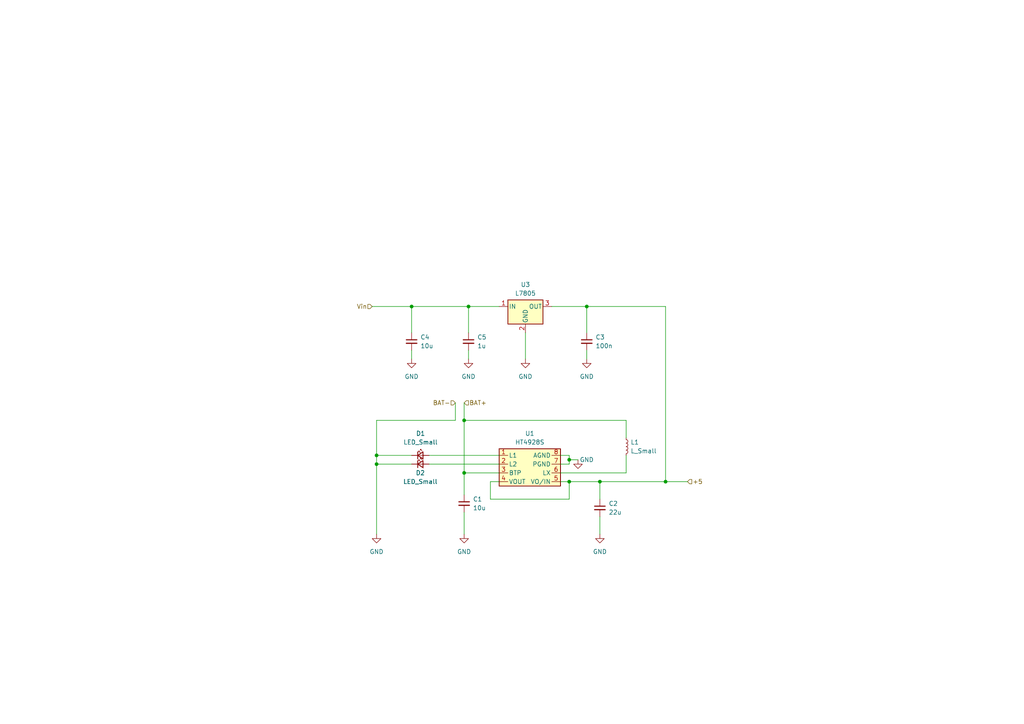
<source format=kicad_sch>
(kicad_sch (version 20230121) (generator eeschema)
  (paper "A4")
  (title_block (title "Carregador de Bateria Elevador") (date "2023-10-10") (rev "1.0.0") (company "IFSC - Projeto Integrador 2"))
  (lib_symbols
    (symbol "Device:C_Small" (pin_numbers hide) (pin_names (offset 0.254) hide)
      (property "Reference" "C" (at 0.254 1.778 0))
      (property "Value" "C_Small" (at 0.254 -2.032 0))
      (symbol "C_Small_0_1"
        (polyline (pts (xy -1.524 -0.508) (xy 1.524 -0.508)) (stroke (width 0.3302)))
        (polyline (pts (xy -1.524 0.508) (xy 1.524 0.508)) (stroke (width 0.3048)))
      )
      (symbol "C_Small_1_1"
        (pin passive line (at 0 2.54 270) (length 2.032) (name "~") (number "1"))
        (pin passive line (at 0 -2.54 90) (length 2.032) (name "~") (number "2"))
      )
    )
    (symbol "Device:LED_Small" (pin_numbers hide) (pin_names (offset 0.254) hide)
      (property "Reference" "D" (at -1.27 3.175 0))
      (property "Value" "LED_Small" (at -4.445 -2.54 0))
      (symbol "LED_Small_0_1"
        (polyline (pts (xy -0.762 -1.016) (xy -0.762 1.016)) (stroke (width 0.254)))
        (polyline (pts (xy 1.016 0) (xy -0.762 0)))
        (polyline (pts (xy 0.762 -1.016) (xy -0.762 0) (xy 0.762 1.016) (xy 0.762 -1.016)) (stroke (width 0.254)))
        (polyline (pts (xy 0 0.762) (xy -0.508 1.27) (xy -0.254 1.27) (xy -0.508 1.27) (xy -0.508 1.016)))
        (polyline (pts (xy 0.508 1.27) (xy 0 1.778) (xy 0.254 1.778) (xy 0 1.778) (xy 0 1.524)))
      )
      (symbol "LED_Small_1_1"
        (pin passive line (at -2.54 0 0) (length 1.778) (name "K") (number "1"))
        (pin passive line (at 2.54 0 180) (length 1.778) (name "A") (number "2"))
      )
    )
    (symbol "Device:L_Small" (pin_numbers hide) (pin_names (offset 0.254) hide)
      (property "Reference" "L" (at 0.762 1.016 0))
      (property "Value" "L_Small" (at 0.762 -1.016 0))
      (symbol "L_Small_0_1"
        (arc (start 0 -2.032) (mid 0.5058 -1.524) (end 0 -1.016))
        (arc (start 0 -1.016) (mid 0.5058 -0.508) (end 0 0))
        (arc (start 0 0) (mid 0.5058 0.508) (end 0 1.016))
        (arc (start 0 1.016) (mid 0.5058 1.524) (end 0 2.032))
      )
      (symbol "L_Small_1_1"
        (pin passive line (at 0 2.54 270) (length 0.508) (name "~") (number "1"))
        (pin passive line (at 0 -2.54 90) (length 0.508) (name "~") (number "2"))
      )
    )
    (symbol "MQ:HT4928S" (pin_names (offset 0.254))
      (property "Reference" "U" (at -6.35 5.715 0))
      (property "Value" "HT4928S" (at 0 5.715 0))
      (symbol "HT4928S_0_1"
        (rectangle (start -7.62 4.445) (end 10.16 -6.35) (stroke (width 0.254)) (fill (type background)))
      )
      (symbol "HT4928S_1_1"
        (pin power_out line (at -7.62 2.54 0) (length 2.54) (name "L1") (number "1"))
        (pin power_out line (at -7.62 0 0) (length 2.54) (name "L2") (number "2"))
        (pin bidirectional line (at -7.62 -2.54 0) (length 2.54) (name "BTP") (number "3"))
        (pin power_out line (at -7.62 -5.08 0) (length 2.54) (name "VOUT") (number "4"))
        (pin power_out line (at 10.16 -5.08 180) (length 2.54) (name "VO/IN") (number "5"))
        (pin power_out line (at 10.16 -2.54 180) (length 2.54) (name "LX") (number "6"))
        (pin power_out line (at 10.16 0 180) (length 2.54) (name "PGND") (number "7"))
        (pin power_out line (at 10.16 2.54 180) (length 2.54) (name "AGND") (number "8"))
      )
    )
    (symbol "Regulator_Linear:L7805" (pin_names (offset 0.254))
      (property "Reference" "U" (at -3.81 3.175 0))
      (property "Value" "L7805" (at 0 3.175 0))
      (symbol "L7805_0_1"
        (rectangle (start -5.08 1.905) (end 5.08 -5.08) (stroke (width 0.254)) (fill (type background)))
      )
      (symbol "L7805_1_1"
        (pin power_in line (at -7.62 0 0) (length 2.54) (name "IN") (number "1"))
        (pin power_in line (at 0 -7.62 90) (length 2.54) (name "GND") (number "2"))
        (pin power_out line (at 7.62 0 180) (length 2.54) (name "OUT") (number "3"))
      )
    )
    (symbol "power:GND" (power) (pin_names (offset 0))
      (property "Value" "GND" (at 0 -3.81 0))
      (symbol "GND_0_1"
        (polyline (pts (xy 0 0) (xy 0 -1.27) (xy 1.27 -1.27) (xy 0 -2.54) (xy -1.27 -1.27) (xy 0 -1.27)))
      )
      (symbol "GND_1_1"
        (pin power_in line (at 0 0 270) (length 0) hide (name "GND") (number "1"))
      )
    )
  )
  (junction (at 119.38 88.9))
  (junction (at 173.99 139.7))
  (junction (at 165.1 139.7))
  (junction (at 134.62 121.92))
  (junction (at 135.89 88.9))
  (junction (at 170.18 88.9))
  (junction (at 165.1 133.35))
  (junction (at 109.22 132.08))
  (junction (at 193.04 139.7))
  (junction (at 109.22 134.62))
  (junction (at 134.62 137.16))
  (wire (pts (xy 165.1 133.35) (xy 167.64 133.35)))
  (wire (pts (xy 162.56 134.62) (xy 165.1 134.62)))
  (wire (pts (xy 109.22 121.92) (xy 109.22 132.08)))
  (wire (pts (xy 142.24 144.78) (xy 165.1 144.78)))
  (wire (pts (xy 119.38 88.9) (xy 119.38 96.52)))
  (wire (pts (xy 132.08 121.92) (xy 109.22 121.92)))
  (wire (pts (xy 124.46 132.08) (xy 144.78 132.08)))
  (wire (pts (xy 181.61 132.08) (xy 181.61 137.16)))
  (wire (pts (xy 165.1 133.35) (xy 165.1 132.08)))
  (wire (pts (xy 181.61 121.92) (xy 134.62 121.92)))
  (wire (pts (xy 173.99 139.7) (xy 193.04 139.7)))
  (wire (pts (xy 181.61 127) (xy 181.61 121.92)))
  (wire (pts (xy 173.99 139.7) (xy 173.99 144.78)))
  (wire (pts (xy 134.62 137.16) (xy 144.78 137.16)))
  (wire (pts (xy 165.1 139.7) (xy 173.99 139.7)))
  (wire (pts (xy 193.04 139.7) (xy 199.39 139.7)))
  (wire (pts (xy 144.78 139.7) (xy 142.24 139.7)))
  (wire (pts (xy 160.02 88.9) (xy 170.18 88.9)))
  (wire (pts (xy 119.38 88.9) (xy 135.89 88.9)))
  (wire (pts (xy 109.22 132.08) (xy 109.22 134.62)))
  (wire (pts (xy 134.62 116.84) (xy 134.62 121.92)))
  (wire (pts (xy 135.89 88.9) (xy 135.89 96.52)))
  (wire (pts (xy 124.46 134.62) (xy 144.78 134.62)))
  (wire (pts (xy 142.24 139.7) (xy 142.24 144.78)))
  (wire (pts (xy 170.18 88.9) (xy 193.04 88.9)))
  (wire (pts (xy 170.18 101.6) (xy 170.18 104.14)))
  (wire (pts (xy 134.62 143.51) (xy 134.62 137.16)))
  (wire (pts (xy 152.4 96.52) (xy 152.4 104.14)))
  (wire (pts (xy 119.38 101.6) (xy 119.38 104.14)))
  (wire (pts (xy 193.04 88.9) (xy 193.04 139.7)))
  (wire (pts (xy 134.62 148.59) (xy 134.62 154.94)))
  (wire (pts (xy 165.1 144.78) (xy 165.1 139.7)))
  (wire (pts (xy 109.22 132.08) (xy 119.38 132.08)))
  (wire (pts (xy 109.22 154.94) (xy 109.22 134.62)))
  (wire (pts (xy 134.62 121.92) (xy 134.62 137.16)))
  (wire (pts (xy 170.18 88.9) (xy 170.18 96.52)))
  (wire (pts (xy 107.95 88.9) (xy 119.38 88.9)))
  (wire (pts (xy 109.22 134.62) (xy 119.38 134.62)))
  (wire (pts (xy 165.1 134.62) (xy 165.1 133.35)))
  (wire (pts (xy 132.08 116.84) (xy 132.08 121.92)))
  (wire (pts (xy 135.89 88.9) (xy 144.78 88.9)))
  (wire (pts (xy 162.56 139.7) (xy 165.1 139.7)))
  (wire (pts (xy 173.99 149.86) (xy 173.99 154.94)))
  (wire (pts (xy 135.89 101.6) (xy 135.89 104.14)))
  (wire (pts (xy 162.56 132.08) (xy 165.1 132.08)))
  (wire (pts (xy 181.61 137.16) (xy 162.56 137.16)))
  (hierarchical_label "+5" (shape input) (at 199.39 139.7 0))
  (hierarchical_label "BAT+" (shape input) (at 134.62 116.84 0))
  (hierarchical_label "BAT-" (shape input) (at 132.08 116.84 180))
  (hierarchical_label "Vin" (shape input) (at 107.95 88.9 180))
  (symbol (lib_id "Device:C_Small") (at 173.99 147.32 0) (unit 1)
    (property "Reference" "C2" (at 176.53 146.0563 0) (effects (justify left)))
    (property "Value" "22u" (at 176.53 148.5963 0) (effects (justify left)))
    (property "Footprint" "Capacitor_SMD:C_1210_3225Metric_Pad1.33x2.70mm_HandSolder" (effects hide))
    (instances (project "main" (path "" (reference "C2") (unit 1))) (project "main" (path "" (reference "C7") (unit 1))))
  )
  (symbol (lib_id "Device:C_Small") (at 135.89 99.06 0) (unit 1)
    (property "Reference" "C5" (at 138.43 97.7963 0) (effects (justify left)))
    (property "Value" "1u" (at 138.43 100.3363 0) (effects (justify left)))
    (property "Footprint" "Capacitor_THT:CP_Radial_D5.0mm_P2.50mm" (effects hide))
  )
  (symbol (lib_id "power:GND") (at 167.64 133.35 0) (unit 1)
    (property "Reference" "#PWR04" (effects hide))
    (property "Value" "GND" (at 170.18 133.35 0))
    (instances (project "main" (path "" (reference "#PWR04") (unit 1))) (project "main" (path "" (reference "#PWR05") (unit 1))))
  )
  (symbol (lib_id "Device:L_Small") (at 181.61 129.54 0) (unit 1)
    (property "Reference" "L1" (at 182.88 128.27 0) (effects (justify left)))
    (property "Value" "L_Small" (at 182.88 130.81 0) (effects (justify left)))
    (property "Footprint" "Inductor_SMD:L_1812_4532Metric_Pad1.30x3.40mm_HandSolder" (effects hide))
  )
  (symbol (lib_id "Device:LED_Small") (at 121.92 132.08 0) (unit 1)
    (property "Reference" "D1" (at 121.9835 125.73 0))
    (property "Value" "LED_Small" (at 121.9835 128.27 0))
    (property "Footprint" "Diode_SMD:D_0805_2012Metric_Pad1.15x1.40mm_HandSolder" (effects hide))
  )
  (symbol (lib_id "Device:C_Small") (at 134.62 146.05 0) (unit 1)
    (property "Reference" "C1" (at 137.16 144.7863 0) (effects (justify left)))
    (property "Value" "10u" (at 137.16 147.3263 0) (effects (justify left)))
    (property "Footprint" "Capacitor_SMD:C_0805_2012Metric_Pad1.18x1.45mm_HandSolder" (effects hide))
    (instances (project "main" (path "" (reference "C1") (unit 1))) (project "main" (path "" (reference "C8") (unit 1))))
  )
  (symbol (lib_id "power:GND") (at 173.99 154.94 0) (unit 1)
    (property "Reference" "#PWR05" (effects hide))
    (property "Value" "GND" (at 173.99 160.02 0))
    (instances (project "main" (path "" (reference "#PWR05") (unit 1))) (project "main" (path "" (reference "#PWR06") (unit 1))))
  )
  (symbol (lib_id "power:GND") (at 152.4 104.14 0) (unit 1)
    (property "Reference" "#PWR010" (effects hide))
    (property "Value" "GND" (at 152.4 109.22 0))
    (instances (project "main" (path "" (reference "#PWR010") (unit 1))) (project "main" (path "" (reference "#PWR01") (unit 1))))
  )
  (symbol (lib_id "power:GND") (at 170.18 104.14 0) (unit 1)
    (property "Reference" "#PWR09" (effects hide))
    (property "Value" "GND" (at 170.18 109.22 0))
    (instances (project "main" (path "" (reference "#PWR09") (unit 1))) (project "main" (path "" (reference "#PWR01") (unit 1))))
  )
  (symbol (lib_id "Device:C_Small") (at 119.38 99.06 0) (unit 1)
    (property "Reference" "C4" (at 121.92 97.7963 0) (effects (justify left)))
    (property "Value" "10u" (at 121.92 100.3363 0) (effects (justify left)))
    (property "Footprint" "Capacitor_THT:CP_Radial_D5.0mm_P2.50mm" (effects hide))
  )
  (symbol (lib_id "power:GND") (at 135.89 104.14 0) (unit 1)
    (property "Reference" "#PWR08" (effects hide))
    (property "Value" "GND" (at 135.89 109.22 0))
    (instances (project "main" (path "" (reference "#PWR08") (unit 1))) (project "main" (path "" (reference "#PWR01") (unit 1))))
  )
  (symbol (lib_id "power:GND") (at 109.22 154.94 0) (unit 1)
    (property "Reference" "#PWR02" (effects hide))
    (property "Value" "GND" (at 109.22 160.02 0))
    (instances (project "main" (path "" (reference "#PWR02") (unit 1))) (project "main" (path "" (reference "#PWR01") (unit 1))))
  )
  (symbol (lib_id "Regulator_Linear:L7805") (at 152.4 88.9 0) (unit 1)
    (property "Reference" "U3" (at 152.4 82.55 0))
    (property "Value" "L7805" (at 152.4 85.09 0))
    (property "Footprint" "Package_TO_SOT_THT:TO-220-3_Vertical" (effects hide))
    (property "Datasheet" "http://www.st.com/content/ccc/resource/technical/document/datasheet/41/4f/b3/b0/12/d4/47/88/CD00000444.pdf/files/CD00000444.pdf/jcr:content/translations/en.CD00000444.pdf" (effects hide))
  )
  (symbol (lib_id "Device:LED_Small") (at 121.92 134.62 0) (unit 1)
    (property "Reference" "D2" (at 121.92 137.16 0))
    (property "Value" "LED_Small" (at 121.92 139.7 0))
    (property "Footprint" "Diode_SMD:D_0805_2012Metric_Pad1.15x1.40mm_HandSolder" (effects hide))
  )
  (symbol (lib_id "power:GND") (at 119.38 104.14 0) (unit 1)
    (property "Reference" "#PWR07" (effects hide))
    (property "Value" "GND" (at 119.38 109.22 0))
    (instances (project "main" (path "" (reference "#PWR07") (unit 1))) (project "main" (path "" (reference "#PWR01") (unit 1))))
  )
  (symbol (lib_id "Device:C_Small") (at 170.18 99.06 0) (unit 1)
    (property "Reference" "C3" (at 172.72 97.7963 0) (effects (justify left)))
    (property "Value" "100n" (at 172.72 100.3363 0) (effects (justify left)))
    (property "Footprint" "Capacitor_SMD:C_0805_2012Metric_Pad1.18x1.45mm_HandSolder" (effects hide))
  )
  (symbol (lib_id "MQ:HT4928S") (at 152.4 134.62 0) (unit 1)
    (property "Reference" "U1" (at 153.67 125.73 0))
    (property "Value" "HT4928S" (at 153.67 128.27 0))
    (property "Footprint" "Package_SO:SOP-8_3.9x4.9mm_P1.27mm" (effects hide))
    (instances (project "main" (path "" (reference "U1") (unit 1))) (project "main" (path "" (reference "U3") (unit 1))))
  )
  (symbol (lib_id "power:GND") (at 134.62 154.94 0) (unit 1)
    (property "Reference" "#PWR03" (effects hide))
    (property "Value" "GND" (at 134.62 160.02 0))
    (instances (project "main" (path "" (reference "#PWR03") (unit 1))) (project "main" (path "" (reference "#PWR08") (unit 1))))
  )
)
</source>
